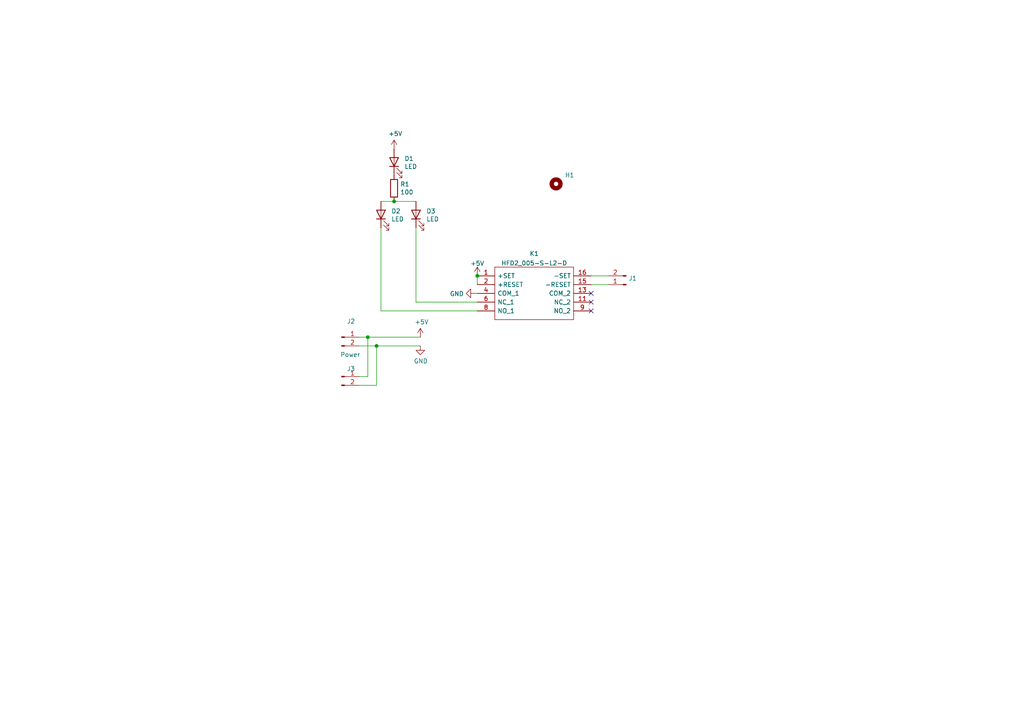
<source format=kicad_sch>
(kicad_sch (version 20211123) (generator eeschema)
  (paper "A4")
  (lib_symbols
    (symbol "Connector:Conn_01x02_Male" (pin_names (offset 1.016) hide)
      (property "Reference" "J" (at 0 2.54 0))
      (property "Value" "Conn_01x02_Male" (at 0 -5.08 0))
      (symbol "Conn_01x02_Male_1_1"
        (polyline (pts (xy 1.27 -2.54) (xy 0.8636 -2.54)) (stroke (width 0.1524)))
        (polyline (pts (xy 1.27 0) (xy 0.8636 0)) (stroke (width 0.1524)))
        (rectangle (start 0.8636 -2.413) (end 0 -2.667) (stroke (width 0.1524)) (fill (type outline)))
        (rectangle (start 0.8636 0.127) (end 0 -0.127) (stroke (width 0.1524)) (fill (type outline)))
        (pin passive line (at 5.08 0 180) (length 3.81) (name "Pin_1") (number "1"))
        (pin passive line (at 5.08 -2.54 180) (length 3.81) (name "Pin_2") (number "2"))
      )
    )
    (symbol "Device:LED" (pin_numbers hide) (pin_names (offset 1.016) hide)
      (property "Reference" "D" (at 0 2.54 0))
      (property "Value" "LED" (at 0 -2.54 0))
      (symbol "LED_0_1"
        (polyline (pts (xy -1.27 -1.27) (xy -1.27 1.27)) (stroke (width 0.254)))
        (polyline (pts (xy -1.27 0) (xy 1.27 0)))
        (polyline (pts (xy 1.27 -1.27) (xy 1.27 1.27) (xy -1.27 0) (xy 1.27 -1.27)) (stroke (width 0.254)))
        (polyline (pts (xy -3.048 -0.762) (xy -4.572 -2.286) (xy -3.81 -2.286) (xy -4.572 -2.286) (xy -4.572 -1.524)))
        (polyline (pts (xy -1.778 -0.762) (xy -3.302 -2.286) (xy -2.54 -2.286) (xy -3.302 -2.286) (xy -3.302 -1.524)))
      )
      (symbol "LED_1_1"
        (pin passive line (at -3.81 0 0) (length 2.54) (name "K") (number "1"))
        (pin passive line (at 3.81 0 180) (length 2.54) (name "A") (number "2"))
      )
    )
    (symbol "Device:R" (pin_numbers hide) (pin_names (offset 0))
      (property "Reference" "R" (at 2.032 0 90))
      (property "Value" "R" (at 0 0 90))
      (symbol "R_0_1"
        (rectangle (start -1.016 -2.54) (end 1.016 2.54) (stroke (width 0.254)))
      )
      (symbol "R_1_1"
        (pin passive line (at 0 3.81 270) (length 1.27) (name "~") (number "1"))
        (pin passive line (at 0 -3.81 90) (length 1.27) (name "~") (number "2"))
      )
    )
    (symbol "HongFa:HFD2_005-S-L2-D" (pin_names (offset 0.762))
      (property "Reference" "K" (at 29.21 7.62 0))
      (property "Value" "HFD2_005-S-L2-D" (at 29.21 5.08 0))
      (symbol "HFD2_005-S-L2-D_0_0"
        (pin passive line (at 0 0 0) (length 5.08) (name "+SET") (number "1"))
        (pin passive line (at 33.02 -7.62 180) (length 5.08) (name "NC_2") (number "11"))
        (pin passive line (at 33.02 -5.08 180) (length 5.08) (name "COM_2") (number "13"))
        (pin passive line (at 33.02 -2.54 180) (length 5.08) (name "-RESET") (number "15"))
        (pin passive line (at 33.02 0 180) (length 5.08) (name "-SET") (number "16"))
        (pin passive line (at 0 -2.54 0) (length 5.08) (name "+RESET") (number "2"))
        (pin passive line (at 0 -5.08 0) (length 5.08) (name "COM_1") (number "4"))
        (pin passive line (at 0 -7.62 0) (length 5.08) (name "NC_1") (number "6"))
        (pin passive line (at 0 -10.16 0) (length 5.08) (name "NO_1") (number "8"))
        (pin passive line (at 33.02 -10.16 180) (length 5.08) (name "NO_2") (number "9"))
      )
      (symbol "HFD2_005-S-L2-D_0_1"
        (polyline (pts (xy 5.08 2.54) (xy 27.94 2.54) (xy 27.94 -12.7) (xy 5.08 -12.7) (xy 5.08 2.54)) (stroke (width 0.1524)))
      )
    )
    (symbol "Mechanical:MountingHole" (pin_names (offset 1.016))
      (property "Reference" "H" (at 0 5.08 0))
      (property "Value" "MountingHole" (at 0 3.175 0))
      (symbol "MountingHole_0_1"
        (circle (center 0 0) (radius 1.27) (stroke (width 1.27)))
      )
    )
    (symbol "power:+5V" (power) (pin_names (offset 0))
      (property "Value" "+5V" (at 0 3.556 0))
      (symbol "+5V_0_1"
        (polyline (pts (xy -0.762 1.27) (xy 0 2.54)))
        (polyline (pts (xy 0 0) (xy 0 2.54)))
        (polyline (pts (xy 0 2.54) (xy 0.762 1.27)))
      )
      (symbol "+5V_1_1"
        (pin power_in line (at 0 0 90) (length 0) hide (name "+5V") (number "1"))
      )
    )
    (symbol "power:GND" (power) (pin_names (offset 0))
      (property "Value" "GND" (at 0 -3.81 0))
      (symbol "GND_0_1"
        (polyline (pts (xy 0 0) (xy 0 -1.27) (xy 1.27 -1.27) (xy 0 -2.54) (xy -1.27 -1.27) (xy 0 -1.27)))
      )
      (symbol "GND_1_1"
        (pin power_in line (at 0 0 270) (length 0) hide (name "GND") (number "1"))
      )
    )
  )
  (junction (at 138.43 80.01))
  (junction (at 109.22 100.33))
  (junction (at 106.68 97.79))
  (junction (at 114.3 58.42))
  (no_connect (at 171.45 85.09))
  (no_connect (at 171.45 87.63))
  (no_connect (at 171.45 90.17))
  (wire (pts (xy 171.45 82.55) (xy 176.53 82.55)))
  (wire (pts (xy 106.68 97.79) (xy 121.92 97.79)))
  (wire (pts (xy 110.49 66.04) (xy 110.49 90.17)))
  (wire (pts (xy 106.68 109.22) (xy 106.68 97.79)))
  (wire (pts (xy 109.22 100.33) (xy 121.92 100.33)))
  (wire (pts (xy 104.14 100.33) (xy 109.22 100.33)))
  (wire (pts (xy 110.49 58.42) (xy 114.3 58.42)))
  (wire (pts (xy 120.65 66.04) (xy 120.65 87.63)))
  (wire (pts (xy 138.43 82.55) (xy 138.43 80.01)))
  (wire (pts (xy 120.65 87.63) (xy 138.43 87.63)))
  (wire (pts (xy 104.14 97.79) (xy 106.68 97.79)))
  (wire (pts (xy 109.22 111.76) (xy 109.22 100.33)))
  (wire (pts (xy 110.49 90.17) (xy 138.43 90.17)))
  (wire (pts (xy 171.45 80.01) (xy 176.53 80.01)))
  (wire (pts (xy 104.14 109.22) (xy 106.68 109.22)))
  (wire (pts (xy 114.3 58.42) (xy 120.65 58.42)))
  (wire (pts (xy 104.14 111.76) (xy 109.22 111.76)))
  (wire (pts (xy 137.795 85.09) (xy 138.43 85.09)))
  (symbol (lib_id "Mechanical:MountingHole") (at 161.29 53.34 0) (unit 1)
    (property "Reference" "H1" (at 163.83 50.8 0) (effects (justify left)))
    (property "Value" "MountingHole" (effects hide))
    (property "Footprint" "Mounting_Holes:MountingHole_3.2mm_M3" (effects hide))
  )
  (symbol (lib_id "Device:LED") (at 114.3 46.99 90) (unit 1)
    (property "Reference" "D1" (at 117.2972 45.9994 90) (effects (justify right)))
    (property "Value" "LED" (at 117.2972 48.3108 90) (effects (justify right)))
    (property "Footprint" "LEDs:LED_D5.0mm" (effects hide))
  )
  (symbol (lib_id "Device:LED") (at 110.49 62.23 90) (unit 1)
    (property "Reference" "D2" (at 113.4872 61.2394 90) (effects (justify right)))
    (property "Value" "LED" (at 113.4872 63.5508 90) (effects (justify right)))
    (property "Footprint" "LEDs:LED_D5.0mm" (effects hide))
  )
  (symbol (lib_id "Device:LED") (at 120.65 62.23 90) (unit 1)
    (property "Reference" "D3" (at 123.6472 61.2394 90) (effects (justify right)))
    (property "Value" "LED" (at 123.6472 63.5508 90) (effects (justify right)))
    (property "Footprint" "LEDs:LED_D5.0mm" (effects hide))
  )
  (symbol (lib_id "Device:R") (at 114.3 54.61 0) (unit 1)
    (property "Reference" "R1" (at 116.078 53.4416 0) (effects (justify left)))
    (property "Value" "100" (at 116.078 55.753 0) (effects (justify left)))
    (property "Footprint" "Resistors_THT:R_Axial_DIN0207_L6.3mm_D2.5mm_P7.62mm_Horizontal" (effects hide))
  )
  (symbol (lib_id "power:+5V") (at 114.3 43.18 0) (unit 1)
    (property "Reference" "#PWR0101" (effects hide))
    (property "Value" "+5V" (at 114.681 38.7858 0))
  )
  (symbol (lib_id "power:GND") (at 137.795 85.09 270) (unit 1)
    (property "Reference" "#PWR0102" (effects hide))
    (property "Value" "GND" (at 134.5438 85.217 90) (effects (justify right)))
  )
  (symbol (lib_id "Connector:Conn_01x02_Male") (at 181.61 82.55 180) (unit 1)
    (property "Reference" "J1" (at 182.3212 80.7212 0) (effects (justify right)))
    (property "Value" "Conn_01x02_Male" (effects hide))
    (property "Footprint" "Pin_Headers:Pin_Header_Angled_1x02_Pitch2.54mm" (effects hide))
  )
  (symbol (lib_id "Connector:Conn_01x02_Male") (at 99.06 97.79 0) (unit 1)
    (property "Reference" "J2" (at 101.8032 93.1926 0))
    (property "Value" "Power" (at 101.6 102.87 0))
    (property "Footprint" "Pin_Headers:Pin_Header_Angled_1x02_Pitch2.54mm" (effects hide))
  )
  (symbol (lib_id "power:+5V") (at 121.92 97.79 0) (unit 1)
    (property "Reference" "#PWR0103" (effects hide))
    (property "Value" "+5V" (at 122.301 93.3958 0))
  )
  (symbol (lib_id "power:GND") (at 121.92 100.33 0) (unit 1)
    (property "Reference" "#PWR0104" (effects hide))
    (property "Value" "GND" (at 122.047 104.7242 0))
  )
  (symbol (lib_id "Connector:Conn_01x02_Male") (at 99.06 109.22 0) (unit 1)
    (property "Reference" "J3" (at 101.8032 106.9594 0))
    (property "Value" "Conn_01x02_Male" (effects hide))
    (property "Footprint" "Pin_Headers:Pin_Header_Angled_1x02_Pitch2.54mm" (effects hide))
  )
  (symbol (lib_id "HongFa:HFD2_005-S-L2-D") (at 138.43 80.01 0) (unit 1)
    (property "Reference" "K1" (at 154.94 73.5543 0))
    (property "Value" "HFD2_005-S-L2-D" (at 154.94 76.3294 0))
    (property "Footprint" "HFD2005SL2D" (effects hide))
    (property "Datasheet" "http://www.hongfa.com/pro/pdf/HFD2_en.pdf" (effects hide))
    (property "Description" "Hongfa Europe GMBH DPDT Non-Latching Relay PCB Mount, 5V dc Coil, 3 A, 3 A Subminiature DIP Relay" (effects hide))
    (property "Height" "10.6" (effects hide))
    (property "Manufacturer_Name" "Hongfa" (effects hide))
    (property "Manufacturer_Part_Number" "HFD2/005-S-L2-D" (effects hide))
    (property "Arrow Part Number" "HFD2/005-S-L2-D" (effects hide))
    (property "Arrow Price/Stock" "https://www.arrow.com/en/products/hfd2005-s-l2-d/hongfa-europe-gmbh" (effects hide))
  )
  (symbol (lib_id "power:+5V") (at 138.43 80.01 0) (unit 1)
    (property "Reference" "#PWR0105" (effects hide))
    (property "Value" "+5V" (at 138.43 76.4055 0))
  )
)
</source>
